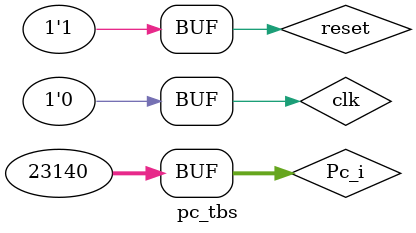
<source format=v>
`timescale 1ns/1ps;
module pc_tbs();
localparam N=32;
reg [N-1:0]Pc_i;
reg reset,clk;
wire [N-1:0]Pc_o;

program_counter #(.N(N)) g(
	.clk(clk),
	.Pc_i(Pc_i),
	.reset(reset),
	.Pc_o(Pc_o)
			); 

localparam c=10;
always
begin
clk=1'b1;
#(c);
clk=1'b0;
#(c);
end


initial begin
Pc_i='h5a5c;
reset='b1;
#10;
Pc_i=Pc_i+4;
#10;
Pc_i=Pc_i+4;
#4;
reset='b0;
#3;
reset='b1;
end

endmodule
</source>
